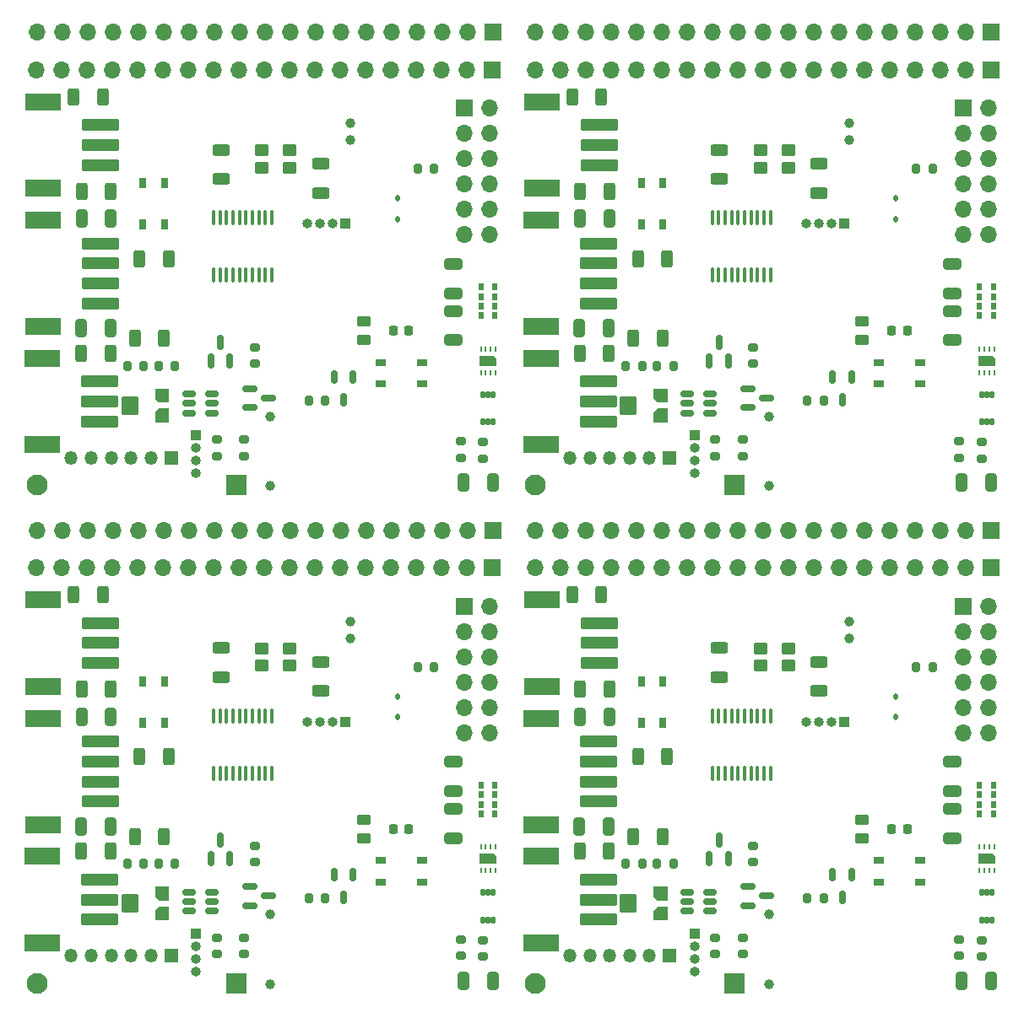
<source format=gts>
G04 #@! TF.GenerationSoftware,KiCad,Pcbnew,7.0.7*
G04 #@! TF.CreationDate,2024-01-02T16:25:42-05:00*
G04 #@! TF.ProjectId,sensor_node,73656e73-6f72-45f6-9e6f-64652e6b6963,rev?*
G04 #@! TF.SameCoordinates,Original*
G04 #@! TF.FileFunction,Soldermask,Top*
G04 #@! TF.FilePolarity,Negative*
%FSLAX46Y46*%
G04 Gerber Fmt 4.6, Leading zero omitted, Abs format (unit mm)*
G04 Created by KiCad (PCBNEW 7.0.7) date 2024-01-02 16:25:42*
%MOMM*%
%LPD*%
G01*
G04 APERTURE LIST*
G04 Aperture macros list*
%AMRoundRect*
0 Rectangle with rounded corners*
0 $1 Rounding radius*
0 $2 $3 $4 $5 $6 $7 $8 $9 X,Y pos of 4 corners*
0 Add a 4 corners polygon primitive as box body*
4,1,4,$2,$3,$4,$5,$6,$7,$8,$9,$2,$3,0*
0 Add four circle primitives for the rounded corners*
1,1,$1+$1,$2,$3*
1,1,$1+$1,$4,$5*
1,1,$1+$1,$6,$7*
1,1,$1+$1,$8,$9*
0 Add four rect primitives between the rounded corners*
20,1,$1+$1,$2,$3,$4,$5,0*
20,1,$1+$1,$4,$5,$6,$7,0*
20,1,$1+$1,$6,$7,$8,$9,0*
20,1,$1+$1,$8,$9,$2,$3,0*%
%AMFreePoly0*
4,1,6,0.500000,-0.850000,-0.500000,-0.850000,-0.500000,0.550000,-0.200000,0.850000,0.500000,0.850000,0.500000,-0.850000,0.500000,-0.850000,$1*%
G04 Aperture macros list end*
%ADD10C,2.100000*%
%ADD11R,2.100000X2.100000*%
%ADD12RoundRect,0.200000X0.275000X-0.200000X0.275000X0.200000X-0.275000X0.200000X-0.275000X-0.200000X0*%
%ADD13R,1.700000X1.700000*%
%ADD14O,1.700000X1.700000*%
%ADD15RoundRect,0.250000X-0.312500X-0.625000X0.312500X-0.625000X0.312500X0.625000X-0.312500X0.625000X0*%
%ADD16RoundRect,0.218750X0.218750X0.256250X-0.218750X0.256250X-0.218750X-0.256250X0.218750X-0.256250X0*%
%ADD17RoundRect,0.250000X-0.325000X-0.650000X0.325000X-0.650000X0.325000X0.650000X-0.325000X0.650000X0*%
%ADD18R,1.000000X1.000000*%
%ADD19O,1.000000X1.000000*%
%ADD20RoundRect,0.250000X0.312500X0.625000X-0.312500X0.625000X-0.312500X-0.625000X0.312500X-0.625000X0*%
%ADD21R,0.600000X0.720000*%
%ADD22RoundRect,0.250000X-0.650000X0.325000X-0.650000X-0.325000X0.650000X-0.325000X0.650000X0.325000X0*%
%ADD23RoundRect,0.200000X0.200000X0.275000X-0.200000X0.275000X-0.200000X-0.275000X0.200000X-0.275000X0*%
%ADD24R,0.650000X1.050000*%
%ADD25RoundRect,0.250000X-0.625000X0.312500X-0.625000X-0.312500X0.625000X-0.312500X0.625000X0.312500X0*%
%ADD26RoundRect,0.250000X0.650000X-0.325000X0.650000X0.325000X-0.650000X0.325000X-0.650000X-0.325000X0*%
%ADD27RoundRect,0.150000X0.150000X-0.587500X0.150000X0.587500X-0.150000X0.587500X-0.150000X-0.587500X0*%
%ADD28RoundRect,0.200000X-0.275000X0.200000X-0.275000X-0.200000X0.275000X-0.200000X0.275000X0.200000X0*%
%ADD29RoundRect,0.112500X0.112500X-0.187500X0.112500X0.187500X-0.112500X0.187500X-0.112500X-0.187500X0*%
%ADD30R,1.350000X1.350000*%
%ADD31O,1.350000X1.350000*%
%ADD32RoundRect,0.150000X-0.150000X0.512500X-0.150000X-0.512500X0.150000X-0.512500X0.150000X0.512500X0*%
%ADD33RoundRect,0.102000X1.700000X-0.750000X1.700000X0.750000X-1.700000X0.750000X-1.700000X-0.750000X0*%
%ADD34RoundRect,0.102000X1.750000X-0.500000X1.750000X0.500000X-1.750000X0.500000X-1.750000X-0.500000X0*%
%ADD35RoundRect,0.250000X-0.450000X0.262500X-0.450000X-0.262500X0.450000X-0.262500X0.450000X0.262500X0*%
%ADD36RoundRect,0.250000X0.325000X0.650000X-0.325000X0.650000X-0.325000X-0.650000X0.325000X-0.650000X0*%
%ADD37C,1.000000*%
%ADD38RoundRect,0.150000X-0.512500X-0.150000X0.512500X-0.150000X0.512500X0.150000X-0.512500X0.150000X0*%
%ADD39RoundRect,0.102000X-0.600000X-0.450000X0.600000X-0.450000X0.600000X0.450000X-0.600000X0.450000X0*%
%ADD40RoundRect,0.102000X0.750000X-0.800000X0.750000X0.800000X-0.750000X0.800000X-0.750000X-0.800000X0*%
%ADD41RoundRect,0.150000X-0.587500X-0.150000X0.587500X-0.150000X0.587500X0.150000X-0.587500X0.150000X0*%
%ADD42R,0.250000X0.550000*%
%ADD43FreePoly0,270.000000*%
%ADD44RoundRect,0.100000X0.100000X-0.637500X0.100000X0.637500X-0.100000X0.637500X-0.100000X-0.637500X0*%
%ADD45R,1.050000X0.650000*%
%ADD46RoundRect,0.102000X0.125000X-0.275000X0.125000X0.275000X-0.125000X0.275000X-0.125000X-0.275000X0*%
G04 APERTURE END LIST*
G36*
X65250000Y-135200000D02*
G01*
X63850000Y-135200000D01*
X63850000Y-134200000D01*
X64250000Y-133800000D01*
X65250000Y-133800000D01*
X65250000Y-135200000D01*
G37*
G36*
X65250000Y-133200000D02*
G01*
X64250000Y-133200000D01*
X63850000Y-132800000D01*
X63850000Y-131800000D01*
X65250000Y-131800000D01*
X65250000Y-133200000D01*
G37*
G36*
X115250000Y-135200000D02*
G01*
X113850000Y-135200000D01*
X113850000Y-134200000D01*
X114250000Y-133800000D01*
X115250000Y-133800000D01*
X115250000Y-135200000D01*
G37*
G36*
X115250000Y-133200000D02*
G01*
X114250000Y-133200000D01*
X113850000Y-132800000D01*
X113850000Y-131800000D01*
X115250000Y-131800000D01*
X115250000Y-133200000D01*
G37*
G36*
X65250000Y-85200000D02*
G01*
X63850000Y-85200000D01*
X63850000Y-84200000D01*
X64250000Y-83800000D01*
X65250000Y-83800000D01*
X65250000Y-85200000D01*
G37*
G36*
X65250000Y-83200000D02*
G01*
X64250000Y-83200000D01*
X63850000Y-82800000D01*
X63850000Y-81800000D01*
X65250000Y-81800000D01*
X65250000Y-83200000D01*
G37*
G36*
X115250000Y-85200000D02*
G01*
X113850000Y-85200000D01*
X113850000Y-84200000D01*
X114250000Y-83800000D01*
X115250000Y-83800000D01*
X115250000Y-85200000D01*
G37*
G36*
X115250000Y-83200000D02*
G01*
X114250000Y-83200000D01*
X113850000Y-82800000D01*
X113850000Y-81800000D01*
X115250000Y-81800000D01*
X115250000Y-83200000D01*
G37*
D10*
X52000000Y-141500000D03*
D11*
X72000000Y-141500000D03*
D12*
X96770500Y-138825000D03*
X96770500Y-137175000D03*
D13*
X94880500Y-103630000D03*
D14*
X97420500Y-103630000D03*
X94880500Y-106170000D03*
X97420500Y-106170000D03*
X94880500Y-108710000D03*
X97420500Y-108710000D03*
X94880500Y-111250000D03*
X97420500Y-111250000D03*
X94880500Y-113790000D03*
X97420500Y-113790000D03*
X94880500Y-116330000D03*
X97420500Y-116330000D03*
D15*
X61808000Y-126750000D03*
X64733000Y-126750000D03*
D16*
X89308000Y-126000000D03*
X87733000Y-126000000D03*
D12*
X70020500Y-138575000D03*
X70020500Y-136925000D03*
D17*
X94770000Y-141250000D03*
X97720000Y-141250000D03*
D18*
X82970000Y-115250000D03*
D19*
X81700000Y-115250000D03*
X80430000Y-115250000D03*
X79160000Y-115250000D03*
D20*
X58612000Y-102500000D03*
X55687000Y-102500000D03*
D21*
X97920500Y-121585000D03*
X97920500Y-122555000D03*
X97920500Y-123525000D03*
X97920500Y-124495000D03*
X96520500Y-124495000D03*
X96520500Y-123525000D03*
X96520500Y-122555000D03*
X96520500Y-121585000D03*
D22*
X93770500Y-124000000D03*
X93770500Y-126950000D03*
D23*
X80920500Y-133000000D03*
X79270500Y-133000000D03*
D24*
X64775000Y-111175000D03*
X64775000Y-115325000D03*
X62625000Y-111175000D03*
X62625000Y-115325000D03*
D14*
X51980000Y-99800000D03*
X54520000Y-99800000D03*
X57060000Y-99800000D03*
X59600000Y-99800000D03*
X62140000Y-99800000D03*
X64680000Y-99800000D03*
X67220000Y-99800000D03*
X69760000Y-99800000D03*
X72300000Y-99800000D03*
X74840000Y-99800000D03*
X77380000Y-99800000D03*
X79920000Y-99800000D03*
X82460000Y-99800000D03*
X85000000Y-99800000D03*
X87540000Y-99800000D03*
X90080000Y-99800000D03*
X92620000Y-99800000D03*
X95160000Y-99800000D03*
D13*
X97700000Y-99800000D03*
D18*
X67950000Y-136500000D03*
D19*
X67950000Y-137770000D03*
X67950000Y-139040000D03*
X67950000Y-140310000D03*
D25*
X70470000Y-107825000D03*
X70470000Y-110750000D03*
D26*
X93770500Y-122225000D03*
X93770500Y-119275000D03*
D27*
X69458000Y-129000000D03*
X71358000Y-129000000D03*
X70408000Y-127125000D03*
D25*
X80470000Y-109250000D03*
X80470000Y-112175000D03*
D28*
X72770500Y-136925000D03*
X72770500Y-138575000D03*
D29*
X88144500Y-114800000D03*
X88144500Y-112700000D03*
D30*
X65450000Y-138750000D03*
D31*
X63450000Y-138750000D03*
X61450000Y-138750000D03*
X59450000Y-138750000D03*
X57450000Y-138750000D03*
X55450000Y-138750000D03*
D32*
X83720500Y-130612500D03*
X81820500Y-130612500D03*
X82770500Y-132887500D03*
D23*
X65845500Y-129500000D03*
X64195500Y-129500000D03*
D15*
X56487500Y-112000000D03*
X59412500Y-112000000D03*
D33*
X52550000Y-137450000D03*
X52550000Y-128750000D03*
D34*
X58300000Y-135100000D03*
X58300000Y-133100000D03*
X58300000Y-131100000D03*
D15*
X62275000Y-118750000D03*
X65200000Y-118750000D03*
D35*
X84770500Y-125087500D03*
X84770500Y-126912500D03*
D23*
X91845500Y-109750000D03*
X90195500Y-109750000D03*
D36*
X59425000Y-114750000D03*
X56475000Y-114750000D03*
D37*
X83470000Y-105150000D03*
X83470000Y-106850000D03*
D28*
X94520500Y-137100000D03*
X94520500Y-138750000D03*
D37*
X75412500Y-141600000D03*
X75412500Y-134600000D03*
D15*
X56437500Y-128250000D03*
X59362500Y-128250000D03*
D34*
X58350000Y-117250000D03*
X58350000Y-119250000D03*
X58350000Y-121250000D03*
X58350000Y-123250000D03*
D33*
X52600000Y-114900000D03*
X52600000Y-125600000D03*
D38*
X67258000Y-132350000D03*
X67258000Y-133300000D03*
X67258000Y-134250000D03*
X69533000Y-134250000D03*
X69533000Y-133300000D03*
X69533000Y-132350000D03*
D23*
X62695500Y-129500000D03*
X61045500Y-129500000D03*
D39*
X74570000Y-109600000D03*
X77370000Y-109600000D03*
X77370000Y-107900000D03*
X74570000Y-107900000D03*
D36*
X59375000Y-125750000D03*
X56425000Y-125750000D03*
D14*
X51990000Y-96050000D03*
X54530000Y-96050000D03*
X57070000Y-96050000D03*
X59610000Y-96050000D03*
X62150000Y-96050000D03*
X64690000Y-96050000D03*
X67230000Y-96050000D03*
X69770000Y-96050000D03*
X72310000Y-96050000D03*
X74850000Y-96050000D03*
X77390000Y-96050000D03*
X79930000Y-96050000D03*
X82470000Y-96050000D03*
X85010000Y-96050000D03*
X87550000Y-96050000D03*
X90090000Y-96050000D03*
X92630000Y-96050000D03*
X95170000Y-96050000D03*
D13*
X97710000Y-96050000D03*
D40*
X61300000Y-133500000D03*
D41*
X73333000Y-131800000D03*
X73333000Y-133700000D03*
X75208000Y-132750000D03*
D12*
X73858000Y-129325000D03*
X73858000Y-127675000D03*
D42*
X98020500Y-127825000D03*
X97520500Y-127825000D03*
X97020500Y-127825000D03*
X96520500Y-127825000D03*
X96520500Y-130175000D03*
X97020500Y-130175000D03*
X97520500Y-130175000D03*
X98020500Y-130175000D03*
D43*
X97270500Y-129000000D03*
D44*
X69720500Y-120398407D03*
X70370500Y-120398407D03*
X71020500Y-120398407D03*
X71670500Y-120398407D03*
X72320500Y-120398407D03*
X72970500Y-120398407D03*
X73620500Y-120398407D03*
X74270500Y-120398407D03*
X74920500Y-120398407D03*
X75570500Y-120398407D03*
X75570500Y-114673407D03*
X74920500Y-114673407D03*
X74270500Y-114673407D03*
X73620500Y-114673407D03*
X72970500Y-114673407D03*
X72320500Y-114673407D03*
X71670500Y-114673407D03*
X71020500Y-114673407D03*
X70370500Y-114673407D03*
X69720500Y-114673407D03*
D45*
X90595500Y-131325000D03*
X86445500Y-131325000D03*
X90595500Y-129175000D03*
X86445500Y-129175000D03*
D46*
X96770500Y-135150000D03*
X97270500Y-135150000D03*
X97770500Y-135150000D03*
X97770500Y-132400000D03*
X97270500Y-132400000D03*
X96770500Y-132400000D03*
D34*
X58400000Y-105350000D03*
X58400000Y-107350000D03*
X58400000Y-109350000D03*
D33*
X52650000Y-103000000D03*
X52650000Y-111700000D03*
D12*
X146770500Y-138825000D03*
X146770500Y-137175000D03*
D13*
X144880500Y-103630000D03*
D14*
X147420500Y-103630000D03*
X144880500Y-106170000D03*
X147420500Y-106170000D03*
X144880500Y-108710000D03*
X147420500Y-108710000D03*
X144880500Y-111250000D03*
X147420500Y-111250000D03*
X144880500Y-113790000D03*
X147420500Y-113790000D03*
X144880500Y-116330000D03*
X147420500Y-116330000D03*
D15*
X111808000Y-126750000D03*
X114733000Y-126750000D03*
D16*
X139308000Y-126000000D03*
X137733000Y-126000000D03*
D12*
X120020500Y-138575000D03*
X120020500Y-136925000D03*
D17*
X144770000Y-141250000D03*
X147720000Y-141250000D03*
D18*
X132970000Y-115250000D03*
D19*
X131700000Y-115250000D03*
X130430000Y-115250000D03*
X129160000Y-115250000D03*
D21*
X147920500Y-121585000D03*
X147920500Y-122555000D03*
X147920500Y-123525000D03*
X147920500Y-124495000D03*
X146520500Y-124495000D03*
X146520500Y-123525000D03*
X146520500Y-122555000D03*
X146520500Y-121585000D03*
D22*
X143770500Y-124000000D03*
X143770500Y-126950000D03*
D23*
X130920500Y-133000000D03*
X129270500Y-133000000D03*
D15*
X106487500Y-112000000D03*
X109412500Y-112000000D03*
D20*
X108612000Y-102500000D03*
X105687000Y-102500000D03*
D25*
X120470000Y-107825000D03*
X120470000Y-110750000D03*
D26*
X143770500Y-122225000D03*
X143770500Y-119275000D03*
D27*
X119458000Y-129000000D03*
X121358000Y-129000000D03*
X120408000Y-127125000D03*
D28*
X122770500Y-136925000D03*
X122770500Y-138575000D03*
D14*
X101980000Y-99800000D03*
X104520000Y-99800000D03*
X107060000Y-99800000D03*
X109600000Y-99800000D03*
X112140000Y-99800000D03*
X114680000Y-99800000D03*
X117220000Y-99800000D03*
X119760000Y-99800000D03*
X122300000Y-99800000D03*
X124840000Y-99800000D03*
X127380000Y-99800000D03*
X129920000Y-99800000D03*
X132460000Y-99800000D03*
X135000000Y-99800000D03*
X137540000Y-99800000D03*
X140080000Y-99800000D03*
X142620000Y-99800000D03*
X145160000Y-99800000D03*
D13*
X147700000Y-99800000D03*
D32*
X133720500Y-130612500D03*
X131820500Y-130612500D03*
X132770500Y-132887500D03*
D15*
X106437500Y-128250000D03*
X109362500Y-128250000D03*
D37*
X125412500Y-141600000D03*
X125412500Y-134600000D03*
D33*
X102550000Y-137450000D03*
X102550000Y-128750000D03*
D34*
X108300000Y-135100000D03*
X108300000Y-133100000D03*
X108300000Y-131100000D03*
D15*
X112275000Y-118750000D03*
X115200000Y-118750000D03*
D35*
X134770500Y-125087500D03*
X134770500Y-126912500D03*
D23*
X141845500Y-109750000D03*
X140195500Y-109750000D03*
D37*
X133470000Y-105150000D03*
X133470000Y-106850000D03*
D28*
X144520500Y-137100000D03*
X144520500Y-138750000D03*
D29*
X138144500Y-114800000D03*
X138144500Y-112700000D03*
D18*
X117950000Y-136500000D03*
D19*
X117950000Y-137770000D03*
X117950000Y-139040000D03*
X117950000Y-140310000D03*
D42*
X148020500Y-127825000D03*
X147520500Y-127825000D03*
X147020500Y-127825000D03*
X146520500Y-127825000D03*
X146520500Y-130175000D03*
X147020500Y-130175000D03*
X147520500Y-130175000D03*
X148020500Y-130175000D03*
D43*
X147270500Y-129000000D03*
D34*
X108350000Y-117250000D03*
X108350000Y-119250000D03*
X108350000Y-121250000D03*
X108350000Y-123250000D03*
D33*
X102600000Y-114900000D03*
X102600000Y-125600000D03*
D14*
X101990000Y-96050000D03*
X104530000Y-96050000D03*
X107070000Y-96050000D03*
X109610000Y-96050000D03*
X112150000Y-96050000D03*
X114690000Y-96050000D03*
X117230000Y-96050000D03*
X119770000Y-96050000D03*
X122310000Y-96050000D03*
X124850000Y-96050000D03*
X127390000Y-96050000D03*
X129930000Y-96050000D03*
X132470000Y-96050000D03*
X135010000Y-96050000D03*
X137550000Y-96050000D03*
X140090000Y-96050000D03*
X142630000Y-96050000D03*
X145170000Y-96050000D03*
D13*
X147710000Y-96050000D03*
D24*
X114775000Y-111175000D03*
X114775000Y-115325000D03*
X112625000Y-111175000D03*
X112625000Y-115325000D03*
D38*
X117258000Y-132350000D03*
X117258000Y-133300000D03*
X117258000Y-134250000D03*
X119533000Y-134250000D03*
X119533000Y-133300000D03*
X119533000Y-132350000D03*
D23*
X112695500Y-129500000D03*
X111045500Y-129500000D03*
D25*
X130470000Y-109250000D03*
X130470000Y-112175000D03*
D30*
X115450000Y-138750000D03*
D31*
X113450000Y-138750000D03*
X111450000Y-138750000D03*
X109450000Y-138750000D03*
X107450000Y-138750000D03*
X105450000Y-138750000D03*
D39*
X124570000Y-109600000D03*
X127370000Y-109600000D03*
X127370000Y-107900000D03*
X124570000Y-107900000D03*
D36*
X109375000Y-125750000D03*
X106425000Y-125750000D03*
D40*
X111300000Y-133500000D03*
D23*
X115845500Y-129500000D03*
X114195500Y-129500000D03*
D41*
X123333000Y-131800000D03*
X123333000Y-133700000D03*
X125208000Y-132750000D03*
D12*
X123858000Y-129325000D03*
X123858000Y-127675000D03*
D36*
X109425000Y-114750000D03*
X106475000Y-114750000D03*
D44*
X119720500Y-120398407D03*
X120370500Y-120398407D03*
X121020500Y-120398407D03*
X121670500Y-120398407D03*
X122320500Y-120398407D03*
X122970500Y-120398407D03*
X123620500Y-120398407D03*
X124270500Y-120398407D03*
X124920500Y-120398407D03*
X125570500Y-120398407D03*
X125570500Y-114673407D03*
X124920500Y-114673407D03*
X124270500Y-114673407D03*
X123620500Y-114673407D03*
X122970500Y-114673407D03*
X122320500Y-114673407D03*
X121670500Y-114673407D03*
X121020500Y-114673407D03*
X120370500Y-114673407D03*
X119720500Y-114673407D03*
D45*
X140595500Y-131325000D03*
X136445500Y-131325000D03*
X140595500Y-129175000D03*
X136445500Y-129175000D03*
D46*
X146770500Y-135150000D03*
X147270500Y-135150000D03*
X147770500Y-135150000D03*
X147770500Y-132400000D03*
X147270500Y-132400000D03*
X146770500Y-132400000D03*
D34*
X108400000Y-105350000D03*
X108400000Y-107350000D03*
X108400000Y-109350000D03*
D33*
X102650000Y-103000000D03*
X102650000Y-111700000D03*
D10*
X102000000Y-141500000D03*
D11*
X122000000Y-141500000D03*
D12*
X96770500Y-88825000D03*
X96770500Y-87175000D03*
D13*
X94880500Y-53630000D03*
D14*
X97420500Y-53630000D03*
X94880500Y-56170000D03*
X97420500Y-56170000D03*
X94880500Y-58710000D03*
X97420500Y-58710000D03*
X94880500Y-61250000D03*
X97420500Y-61250000D03*
X94880500Y-63790000D03*
X97420500Y-63790000D03*
X94880500Y-66330000D03*
X97420500Y-66330000D03*
D15*
X61808000Y-76750000D03*
X64733000Y-76750000D03*
D16*
X89308000Y-76000000D03*
X87733000Y-76000000D03*
D17*
X94770000Y-91250000D03*
X97720000Y-91250000D03*
D18*
X82970000Y-65250000D03*
D19*
X81700000Y-65250000D03*
X80430000Y-65250000D03*
X79160000Y-65250000D03*
D20*
X58612000Y-52500000D03*
X55687000Y-52500000D03*
D21*
X97920500Y-71585000D03*
X97920500Y-72555000D03*
X97920500Y-73525000D03*
X97920500Y-74495000D03*
X96520500Y-74495000D03*
X96520500Y-73525000D03*
X96520500Y-72555000D03*
X96520500Y-71585000D03*
D23*
X80920500Y-83000000D03*
X79270500Y-83000000D03*
D15*
X56487500Y-62000000D03*
X59412500Y-62000000D03*
D30*
X65450000Y-88750000D03*
D31*
X63450000Y-88750000D03*
X61450000Y-88750000D03*
X59450000Y-88750000D03*
X57450000Y-88750000D03*
X55450000Y-88750000D03*
D37*
X75412500Y-91600000D03*
X75412500Y-84600000D03*
D14*
X51980000Y-49800000D03*
X54520000Y-49800000D03*
X57060000Y-49800000D03*
X59600000Y-49800000D03*
X62140000Y-49800000D03*
X64680000Y-49800000D03*
X67220000Y-49800000D03*
X69760000Y-49800000D03*
X72300000Y-49800000D03*
X74840000Y-49800000D03*
X77380000Y-49800000D03*
X79920000Y-49800000D03*
X82460000Y-49800000D03*
X85000000Y-49800000D03*
X87540000Y-49800000D03*
X90080000Y-49800000D03*
X92620000Y-49800000D03*
X95160000Y-49800000D03*
D13*
X97700000Y-49800000D03*
D25*
X70470000Y-57825000D03*
X70470000Y-60750000D03*
D26*
X93770500Y-72225000D03*
X93770500Y-69275000D03*
D25*
X80470000Y-59250000D03*
X80470000Y-62175000D03*
D28*
X72770500Y-86925000D03*
X72770500Y-88575000D03*
D29*
X88144500Y-64800000D03*
X88144500Y-62700000D03*
D32*
X83720500Y-80612500D03*
X81820500Y-80612500D03*
X82770500Y-82887500D03*
D23*
X65845500Y-79500000D03*
X64195500Y-79500000D03*
D15*
X56437500Y-78250000D03*
X59362500Y-78250000D03*
D33*
X52550000Y-87450000D03*
X52550000Y-78750000D03*
D34*
X58300000Y-85100000D03*
X58300000Y-83100000D03*
X58300000Y-81100000D03*
D15*
X62275000Y-68750000D03*
X65200000Y-68750000D03*
D23*
X91845500Y-59750000D03*
X90195500Y-59750000D03*
D36*
X59425000Y-64750000D03*
X56475000Y-64750000D03*
D28*
X94520500Y-87100000D03*
X94520500Y-88750000D03*
D35*
X84770500Y-75087500D03*
X84770500Y-76912500D03*
D18*
X67950000Y-86500000D03*
D19*
X67950000Y-87770000D03*
X67950000Y-89040000D03*
X67950000Y-90310000D03*
D14*
X51990000Y-46050000D03*
X54530000Y-46050000D03*
X57070000Y-46050000D03*
X59610000Y-46050000D03*
X62150000Y-46050000D03*
X64690000Y-46050000D03*
X67230000Y-46050000D03*
X69770000Y-46050000D03*
X72310000Y-46050000D03*
X74850000Y-46050000D03*
X77390000Y-46050000D03*
X79930000Y-46050000D03*
X82470000Y-46050000D03*
X85010000Y-46050000D03*
X87550000Y-46050000D03*
X90090000Y-46050000D03*
X92630000Y-46050000D03*
X95170000Y-46050000D03*
D13*
X97710000Y-46050000D03*
D42*
X98020500Y-77825000D03*
X97520500Y-77825000D03*
X97020500Y-77825000D03*
X96520500Y-77825000D03*
X96520500Y-80175000D03*
X97020500Y-80175000D03*
X97520500Y-80175000D03*
X98020500Y-80175000D03*
D43*
X97270500Y-79000000D03*
D34*
X58350000Y-67250000D03*
X58350000Y-69250000D03*
X58350000Y-71250000D03*
X58350000Y-73250000D03*
D33*
X52600000Y-64900000D03*
X52600000Y-75600000D03*
D38*
X67258000Y-82350000D03*
X67258000Y-83300000D03*
X67258000Y-84250000D03*
X69533000Y-84250000D03*
X69533000Y-83300000D03*
X69533000Y-82350000D03*
D22*
X93770500Y-74000000D03*
X93770500Y-76950000D03*
D37*
X83470000Y-55150000D03*
X83470000Y-56850000D03*
D23*
X62695500Y-79500000D03*
X61045500Y-79500000D03*
D39*
X74570000Y-59600000D03*
X77370000Y-59600000D03*
X77370000Y-57900000D03*
X74570000Y-57900000D03*
D12*
X70020500Y-88575000D03*
X70020500Y-86925000D03*
D24*
X64775000Y-61175000D03*
X64775000Y-65325000D03*
X62625000Y-61175000D03*
X62625000Y-65325000D03*
D27*
X69458000Y-79000000D03*
X71358000Y-79000000D03*
X70408000Y-77125000D03*
D40*
X61300000Y-83500000D03*
D41*
X73333000Y-81800000D03*
X73333000Y-83700000D03*
X75208000Y-82750000D03*
D12*
X73858000Y-79325000D03*
X73858000Y-77675000D03*
D44*
X69720500Y-70398407D03*
X70370500Y-70398407D03*
X71020500Y-70398407D03*
X71670500Y-70398407D03*
X72320500Y-70398407D03*
X72970500Y-70398407D03*
X73620500Y-70398407D03*
X74270500Y-70398407D03*
X74920500Y-70398407D03*
X75570500Y-70398407D03*
X75570500Y-64673407D03*
X74920500Y-64673407D03*
X74270500Y-64673407D03*
X73620500Y-64673407D03*
X72970500Y-64673407D03*
X72320500Y-64673407D03*
X71670500Y-64673407D03*
X71020500Y-64673407D03*
X70370500Y-64673407D03*
X69720500Y-64673407D03*
D36*
X59375000Y-75750000D03*
X56425000Y-75750000D03*
D45*
X90595500Y-81325000D03*
X86445500Y-81325000D03*
X90595500Y-79175000D03*
X86445500Y-79175000D03*
D46*
X96770500Y-85150000D03*
X97270500Y-85150000D03*
X97770500Y-85150000D03*
X97770500Y-82400000D03*
X97270500Y-82400000D03*
X96770500Y-82400000D03*
D34*
X58400000Y-55350000D03*
X58400000Y-57350000D03*
X58400000Y-59350000D03*
D33*
X52650000Y-53000000D03*
X52650000Y-61700000D03*
D10*
X52000000Y-91500000D03*
D11*
X72000000Y-91500000D03*
D25*
X130470000Y-59250000D03*
X130470000Y-62175000D03*
D27*
X119458000Y-79000000D03*
X121358000Y-79000000D03*
X120408000Y-77125000D03*
D26*
X143770500Y-72225000D03*
X143770500Y-69275000D03*
D36*
X109375000Y-75750000D03*
X106425000Y-75750000D03*
D25*
X120470000Y-57825000D03*
X120470000Y-60750000D03*
D15*
X112275000Y-68750000D03*
X115200000Y-68750000D03*
D23*
X141845500Y-59750000D03*
X140195500Y-59750000D03*
D34*
X108350000Y-67250000D03*
X108350000Y-69250000D03*
X108350000Y-71250000D03*
X108350000Y-73250000D03*
D33*
X102600000Y-64900000D03*
X102600000Y-75600000D03*
D37*
X133470000Y-55150000D03*
X133470000Y-56850000D03*
D36*
X109425000Y-64750000D03*
X106475000Y-64750000D03*
D46*
X146770500Y-85150000D03*
X147270500Y-85150000D03*
X147770500Y-85150000D03*
X147770500Y-82400000D03*
X147270500Y-82400000D03*
X146770500Y-82400000D03*
D28*
X122770500Y-86925000D03*
X122770500Y-88575000D03*
D18*
X132970000Y-65250000D03*
D19*
X131700000Y-65250000D03*
X130430000Y-65250000D03*
X129160000Y-65250000D03*
D15*
X111808000Y-76750000D03*
X114733000Y-76750000D03*
D12*
X123858000Y-79325000D03*
X123858000Y-77675000D03*
D38*
X117258000Y-82350000D03*
X117258000Y-83300000D03*
X117258000Y-84250000D03*
X119533000Y-84250000D03*
X119533000Y-83300000D03*
X119533000Y-82350000D03*
D14*
X101990000Y-46050000D03*
X104530000Y-46050000D03*
X107070000Y-46050000D03*
X109610000Y-46050000D03*
X112150000Y-46050000D03*
X114690000Y-46050000D03*
X117230000Y-46050000D03*
X119770000Y-46050000D03*
X122310000Y-46050000D03*
X124850000Y-46050000D03*
X127390000Y-46050000D03*
X129930000Y-46050000D03*
X132470000Y-46050000D03*
X135010000Y-46050000D03*
X137550000Y-46050000D03*
X140090000Y-46050000D03*
X142630000Y-46050000D03*
X145170000Y-46050000D03*
D13*
X147710000Y-46050000D03*
D34*
X108400000Y-55350000D03*
X108400000Y-57350000D03*
X108400000Y-59350000D03*
D33*
X102650000Y-53000000D03*
X102650000Y-61700000D03*
D35*
X134770500Y-75087500D03*
X134770500Y-76912500D03*
D13*
X144880500Y-53630000D03*
D14*
X147420500Y-53630000D03*
X144880500Y-56170000D03*
X147420500Y-56170000D03*
X144880500Y-58710000D03*
X147420500Y-58710000D03*
X144880500Y-61250000D03*
X147420500Y-61250000D03*
X144880500Y-63790000D03*
X147420500Y-63790000D03*
X144880500Y-66330000D03*
X147420500Y-66330000D03*
D29*
X138144500Y-64800000D03*
X138144500Y-62700000D03*
D41*
X123333000Y-81800000D03*
X123333000Y-83700000D03*
X125208000Y-82750000D03*
D33*
X102550000Y-87450000D03*
X102550000Y-78750000D03*
D34*
X108300000Y-85100000D03*
X108300000Y-83100000D03*
X108300000Y-81100000D03*
D12*
X146770500Y-88825000D03*
X146770500Y-87175000D03*
D23*
X112695500Y-79500000D03*
X111045500Y-79500000D03*
D28*
X144520500Y-87100000D03*
X144520500Y-88750000D03*
D39*
X124570000Y-59600000D03*
X127370000Y-59600000D03*
X127370000Y-57900000D03*
X124570000Y-57900000D03*
D32*
X133720500Y-80612500D03*
X131820500Y-80612500D03*
X132770500Y-82887500D03*
D42*
X148020500Y-77825000D03*
X147520500Y-77825000D03*
X147020500Y-77825000D03*
X146520500Y-77825000D03*
X146520500Y-80175000D03*
X147020500Y-80175000D03*
X147520500Y-80175000D03*
X148020500Y-80175000D03*
D43*
X147270500Y-79000000D03*
D23*
X115845500Y-79500000D03*
X114195500Y-79500000D03*
D44*
X119720500Y-70398407D03*
X120370500Y-70398407D03*
X121020500Y-70398407D03*
X121670500Y-70398407D03*
X122320500Y-70398407D03*
X122970500Y-70398407D03*
X123620500Y-70398407D03*
X124270500Y-70398407D03*
X124920500Y-70398407D03*
X125570500Y-70398407D03*
X125570500Y-64673407D03*
X124920500Y-64673407D03*
X124270500Y-64673407D03*
X123620500Y-64673407D03*
X122970500Y-64673407D03*
X122320500Y-64673407D03*
X121670500Y-64673407D03*
X121020500Y-64673407D03*
X120370500Y-64673407D03*
X119720500Y-64673407D03*
D18*
X117950000Y-86500000D03*
D19*
X117950000Y-87770000D03*
X117950000Y-89040000D03*
X117950000Y-90310000D03*
D40*
X111300000Y-83500000D03*
D10*
X102000000Y-91500000D03*
D11*
X122000000Y-91500000D03*
D22*
X143770500Y-74000000D03*
X143770500Y-76950000D03*
D21*
X147920500Y-71585000D03*
X147920500Y-72555000D03*
X147920500Y-73525000D03*
X147920500Y-74495000D03*
X146520500Y-74495000D03*
X146520500Y-73525000D03*
X146520500Y-72555000D03*
X146520500Y-71585000D03*
D24*
X114775000Y-61175000D03*
X114775000Y-65325000D03*
X112625000Y-61175000D03*
X112625000Y-65325000D03*
D20*
X108612000Y-52500000D03*
X105687000Y-52500000D03*
D17*
X144770000Y-91250000D03*
X147720000Y-91250000D03*
D30*
X115450000Y-88750000D03*
D31*
X113450000Y-88750000D03*
X111450000Y-88750000D03*
X109450000Y-88750000D03*
X107450000Y-88750000D03*
X105450000Y-88750000D03*
D16*
X139308000Y-76000000D03*
X137733000Y-76000000D03*
D12*
X120020500Y-88575000D03*
X120020500Y-86925000D03*
D15*
X106437500Y-78250000D03*
X109362500Y-78250000D03*
D14*
X101980000Y-49800000D03*
X104520000Y-49800000D03*
X107060000Y-49800000D03*
X109600000Y-49800000D03*
X112140000Y-49800000D03*
X114680000Y-49800000D03*
X117220000Y-49800000D03*
X119760000Y-49800000D03*
X122300000Y-49800000D03*
X124840000Y-49800000D03*
X127380000Y-49800000D03*
X129920000Y-49800000D03*
X132460000Y-49800000D03*
X135000000Y-49800000D03*
X137540000Y-49800000D03*
X140080000Y-49800000D03*
X142620000Y-49800000D03*
X145160000Y-49800000D03*
D13*
X147700000Y-49800000D03*
D23*
X130920500Y-83000000D03*
X129270500Y-83000000D03*
D15*
X106487500Y-62000000D03*
X109412500Y-62000000D03*
D45*
X140595500Y-81325000D03*
X136445500Y-81325000D03*
X140595500Y-79175000D03*
X136445500Y-79175000D03*
D37*
X125412500Y-91600000D03*
X125412500Y-84600000D03*
M02*

</source>
